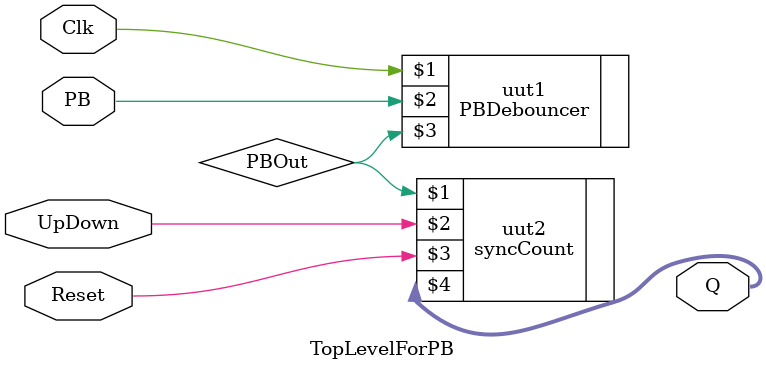
<source format=v>
`timescale 1ns / 1ps


module TopLevelForPB(
    input Reset,
    input UpDown,
    input Clk,
    input PB,
    output [3:0] Q
    );
       wire PBOut;
    PBDebouncer uut1(Clk,PB,PBOut);
    syncCount uut2(PBOut,UpDown,Reset,Q);
endmodule

</source>
